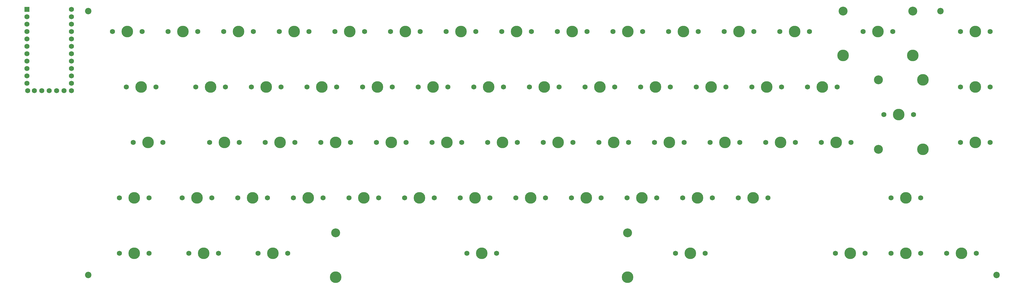
<source format=gts>
G04 #@! TF.GenerationSoftware,KiCad,Pcbnew,(5.1.9)-1*
G04 #@! TF.CreationDate,2021-03-26T16:48:03+01:00*
G04 #@! TF.ProjectId,rabbitholev1,72616262-6974-4686-9f6c-6576312e6b69,rev?*
G04 #@! TF.SameCoordinates,Original*
G04 #@! TF.FileFunction,Soldermask,Top*
G04 #@! TF.FilePolarity,Negative*
%FSLAX46Y46*%
G04 Gerber Fmt 4.6, Leading zero omitted, Abs format (unit mm)*
G04 Created by KiCad (PCBNEW (5.1.9)-1) date 2021-03-26 16:48:03*
%MOMM*%
%LPD*%
G01*
G04 APERTURE LIST*
%ADD10C,2.200000*%
%ADD11C,1.752600*%
%ADD12R,1.752600X1.752600*%
%ADD13C,3.987800*%
%ADD14C,1.750000*%
%ADD15C,3.048000*%
G04 APERTURE END LIST*
D10*
G04 #@! TO.C,H4*
X307314600Y-220192600D03*
G04 #@! TD*
G04 #@! TO.C,H3*
X-3810000Y-220192600D03*
G04 #@! TD*
G04 #@! TO.C,H2*
X288137600Y-129540000D03*
G04 #@! TD*
G04 #@! TO.C,H1*
X-3810000Y-129540000D03*
G04 #@! TD*
D11*
G04 #@! TO.C,U1*
X-22275800Y-156834840D03*
X-19735800Y-156834840D03*
X-17195800Y-156834840D03*
X-14655800Y-156834840D03*
X-12115800Y-156834840D03*
X-9575800Y-128894840D03*
X-24587200Y-156834840D03*
X-9575800Y-131434840D03*
X-9575800Y-133974840D03*
X-9575800Y-136514840D03*
X-9575800Y-139054840D03*
X-9575800Y-141594840D03*
X-9575800Y-144134840D03*
X-9575800Y-146674840D03*
X-9575800Y-149214840D03*
X-9575800Y-151754840D03*
X-9575800Y-154294840D03*
X-9575800Y-156834840D03*
X-24815800Y-154294840D03*
X-24815800Y-151754840D03*
X-24815800Y-149214840D03*
X-24815800Y-146674840D03*
X-24815800Y-144134840D03*
X-24815800Y-141594840D03*
X-24815800Y-139054840D03*
X-24815800Y-136514840D03*
X-24815800Y-133974840D03*
X-24815800Y-131434840D03*
D12*
X-24815800Y-128894840D03*
G04 #@! TD*
D13*
G04 #@! TO.C,MX17*
X38100000Y-155575000D03*
D14*
X33020000Y-155575000D03*
X43180000Y-155575000D03*
G04 #@! TD*
D13*
G04 #@! TO.C,MX18*
X57150000Y-155575000D03*
D14*
X52070000Y-155575000D03*
X62230000Y-155575000D03*
G04 #@! TD*
D13*
G04 #@! TO.C,MX16*
X14271769Y-155575000D03*
D14*
X9191769Y-155575000D03*
X19351769Y-155575000D03*
G04 #@! TD*
D13*
G04 #@! TO.C,MX66*
X295275000Y-212725000D03*
D14*
X290195000Y-212725000D03*
X300355000Y-212725000D03*
G04 #@! TD*
D13*
G04 #@! TO.C,MX65*
X276225000Y-212725000D03*
D14*
X271145000Y-212725000D03*
X281305000Y-212725000D03*
G04 #@! TD*
D13*
G04 #@! TO.C,MX64*
X257175000Y-212725000D03*
D14*
X252095000Y-212725000D03*
X262255000Y-212725000D03*
G04 #@! TD*
D13*
G04 #@! TO.C,MX63*
X202438000Y-212725000D03*
D14*
X197358000Y-212725000D03*
X207518000Y-212725000D03*
G04 #@! TD*
D13*
G04 #@! TO.C,MX62*
X130937000Y-212725000D03*
D14*
X125857000Y-212725000D03*
X136017000Y-212725000D03*
D15*
X80937100Y-205740000D03*
X180936900Y-205740000D03*
D13*
X80937100Y-220980000D03*
X180936900Y-220980000D03*
G04 #@! TD*
G04 #@! TO.C,MX61*
X59436000Y-212725000D03*
D14*
X54356000Y-212725000D03*
X64516000Y-212725000D03*
G04 #@! TD*
D13*
G04 #@! TO.C,MX60*
X35687000Y-212725000D03*
D14*
X30607000Y-212725000D03*
X40767000Y-212725000D03*
G04 #@! TD*
D13*
G04 #@! TO.C,MX59*
X11938000Y-212725000D03*
D14*
X6858000Y-212725000D03*
X17018000Y-212725000D03*
G04 #@! TD*
D13*
G04 #@! TO.C,MX58*
X276225000Y-193675000D03*
D14*
X271145000Y-193675000D03*
X281305000Y-193675000D03*
G04 #@! TD*
D13*
G04 #@! TO.C,MX57*
X223901000Y-193675000D03*
D14*
X218821000Y-193675000D03*
X228981000Y-193675000D03*
G04 #@! TD*
D13*
G04 #@! TO.C,MX56*
X204851000Y-193675000D03*
D14*
X199771000Y-193675000D03*
X209931000Y-193675000D03*
G04 #@! TD*
D13*
G04 #@! TO.C,MX55*
X185801000Y-193675000D03*
D14*
X180721000Y-193675000D03*
X190881000Y-193675000D03*
G04 #@! TD*
D13*
G04 #@! TO.C,MX54*
X166751000Y-193675000D03*
D14*
X161671000Y-193675000D03*
X171831000Y-193675000D03*
G04 #@! TD*
D13*
G04 #@! TO.C,MX53*
X147701000Y-193675000D03*
D14*
X142621000Y-193675000D03*
X152781000Y-193675000D03*
G04 #@! TD*
D13*
G04 #@! TO.C,MX52*
X128651000Y-193675000D03*
D14*
X123571000Y-193675000D03*
X133731000Y-193675000D03*
G04 #@! TD*
D13*
G04 #@! TO.C,MX51*
X109601000Y-193675000D03*
D14*
X104521000Y-193675000D03*
X114681000Y-193675000D03*
G04 #@! TD*
D13*
G04 #@! TO.C,MX50*
X90551000Y-193675000D03*
D14*
X85471000Y-193675000D03*
X95631000Y-193675000D03*
G04 #@! TD*
D13*
G04 #@! TO.C,MX49*
X71501000Y-193675000D03*
D14*
X66421000Y-193675000D03*
X76581000Y-193675000D03*
G04 #@! TD*
D13*
G04 #@! TO.C,MX48*
X52451000Y-193675000D03*
D14*
X47371000Y-193675000D03*
X57531000Y-193675000D03*
G04 #@! TD*
D13*
G04 #@! TO.C,MX47*
X33401000Y-193675000D03*
D14*
X28321000Y-193675000D03*
X38481000Y-193675000D03*
G04 #@! TD*
D13*
G04 #@! TO.C,MX46*
X11938000Y-193675000D03*
D14*
X6858000Y-193675000D03*
X17018000Y-193675000D03*
G04 #@! TD*
D13*
G04 #@! TO.C,MX44*
X300037500Y-174625000D03*
D14*
X294957500Y-174625000D03*
X305117500Y-174625000D03*
G04 #@! TD*
D13*
G04 #@! TO.C,MX43*
X252349000Y-174625000D03*
D14*
X247269000Y-174625000D03*
X257429000Y-174625000D03*
G04 #@! TD*
D13*
G04 #@! TO.C,MX42*
X233299000Y-174625000D03*
D14*
X228219000Y-174625000D03*
X238379000Y-174625000D03*
G04 #@! TD*
D13*
G04 #@! TO.C,MX41*
X214249000Y-174625000D03*
D14*
X209169000Y-174625000D03*
X219329000Y-174625000D03*
G04 #@! TD*
D13*
G04 #@! TO.C,MX40*
X195199000Y-174625000D03*
D14*
X190119000Y-174625000D03*
X200279000Y-174625000D03*
G04 #@! TD*
D13*
G04 #@! TO.C,MX39*
X176149000Y-174625000D03*
D14*
X171069000Y-174625000D03*
X181229000Y-174625000D03*
G04 #@! TD*
D13*
G04 #@! TO.C,MX38*
X157099000Y-174625000D03*
D14*
X152019000Y-174625000D03*
X162179000Y-174625000D03*
G04 #@! TD*
D13*
G04 #@! TO.C,MX37*
X138049000Y-174625000D03*
D14*
X132969000Y-174625000D03*
X143129000Y-174625000D03*
G04 #@! TD*
D13*
G04 #@! TO.C,MX36*
X118999000Y-174625000D03*
D14*
X113919000Y-174625000D03*
X124079000Y-174625000D03*
G04 #@! TD*
D13*
G04 #@! TO.C,MX35*
X99949000Y-174625000D03*
D14*
X94869000Y-174625000D03*
X105029000Y-174625000D03*
G04 #@! TD*
D13*
G04 #@! TO.C,MX34*
X80899000Y-174625000D03*
D14*
X75819000Y-174625000D03*
X85979000Y-174625000D03*
G04 #@! TD*
D13*
G04 #@! TO.C,MX33*
X61849000Y-174625000D03*
D14*
X56769000Y-174625000D03*
X66929000Y-174625000D03*
G04 #@! TD*
D13*
G04 #@! TO.C,MX32*
X42799000Y-174625000D03*
D14*
X37719000Y-174625000D03*
X47879000Y-174625000D03*
G04 #@! TD*
D13*
G04 #@! TO.C,MX31*
X16637000Y-174625000D03*
D14*
X11557000Y-174625000D03*
X21717000Y-174625000D03*
G04 #@! TD*
D13*
G04 #@! TO.C,MX30*
X300037500Y-155575000D03*
D14*
X294957500Y-155575000D03*
X305117500Y-155575000D03*
G04 #@! TD*
D13*
G04 #@! TO.C,MX28*
X247650000Y-155575000D03*
D14*
X242570000Y-155575000D03*
X252730000Y-155575000D03*
G04 #@! TD*
D13*
G04 #@! TO.C,MX27*
X228600000Y-155575000D03*
D14*
X223520000Y-155575000D03*
X233680000Y-155575000D03*
G04 #@! TD*
D13*
G04 #@! TO.C,MX26*
X209550000Y-155575000D03*
D14*
X204470000Y-155575000D03*
X214630000Y-155575000D03*
G04 #@! TD*
D13*
G04 #@! TO.C,MX25*
X190500000Y-155575000D03*
D14*
X185420000Y-155575000D03*
X195580000Y-155575000D03*
G04 #@! TD*
D13*
G04 #@! TO.C,MX24*
X171450000Y-155575000D03*
D14*
X166370000Y-155575000D03*
X176530000Y-155575000D03*
G04 #@! TD*
D13*
G04 #@! TO.C,MX23*
X152400000Y-155575000D03*
D14*
X147320000Y-155575000D03*
X157480000Y-155575000D03*
G04 #@! TD*
D13*
G04 #@! TO.C,MX22*
X133350000Y-155575000D03*
D14*
X128270000Y-155575000D03*
X138430000Y-155575000D03*
G04 #@! TD*
D13*
G04 #@! TO.C,MX21*
X114300000Y-155575000D03*
D14*
X109220000Y-155575000D03*
X119380000Y-155575000D03*
G04 #@! TD*
D13*
G04 #@! TO.C,MX20*
X95250000Y-155575000D03*
D14*
X90170000Y-155575000D03*
X100330000Y-155575000D03*
G04 #@! TD*
D13*
G04 #@! TO.C,MX19*
X76200000Y-155575000D03*
D14*
X71120000Y-155575000D03*
X81280000Y-155575000D03*
G04 #@! TD*
D13*
G04 #@! TO.C,MX15*
X300037500Y-136525000D03*
D14*
X294957500Y-136525000D03*
X305117500Y-136525000D03*
G04 #@! TD*
D13*
G04 #@! TO.C,MX14*
X266700000Y-136525000D03*
D14*
X261620000Y-136525000D03*
X271780000Y-136525000D03*
D15*
X254793750Y-129540000D03*
X278606250Y-129540000D03*
D13*
X254793750Y-144780000D03*
X278606250Y-144780000D03*
G04 #@! TD*
G04 #@! TO.C,MX13*
X238125000Y-136525000D03*
D14*
X233045000Y-136525000D03*
X243205000Y-136525000D03*
G04 #@! TD*
D13*
G04 #@! TO.C,MX12*
X219075000Y-136525000D03*
D14*
X213995000Y-136525000D03*
X224155000Y-136525000D03*
G04 #@! TD*
D13*
G04 #@! TO.C,MX11*
X200025000Y-136525000D03*
D14*
X194945000Y-136525000D03*
X205105000Y-136525000D03*
G04 #@! TD*
D13*
G04 #@! TO.C,MX10*
X180975000Y-136525000D03*
D14*
X175895000Y-136525000D03*
X186055000Y-136525000D03*
G04 #@! TD*
D13*
G04 #@! TO.C,MX9*
X161925000Y-136525000D03*
D14*
X156845000Y-136525000D03*
X167005000Y-136525000D03*
G04 #@! TD*
D13*
G04 #@! TO.C,MX8*
X142875000Y-136525000D03*
D14*
X137795000Y-136525000D03*
X147955000Y-136525000D03*
G04 #@! TD*
D13*
G04 #@! TO.C,MX7*
X123825000Y-136525000D03*
D14*
X118745000Y-136525000D03*
X128905000Y-136525000D03*
G04 #@! TD*
D13*
G04 #@! TO.C,MX6*
X104775000Y-136525000D03*
D14*
X99695000Y-136525000D03*
X109855000Y-136525000D03*
G04 #@! TD*
D13*
G04 #@! TO.C,MX5*
X85725000Y-136525000D03*
D14*
X80645000Y-136525000D03*
X90805000Y-136525000D03*
G04 #@! TD*
D13*
G04 #@! TO.C,MX4*
X66675000Y-136525000D03*
D14*
X61595000Y-136525000D03*
X71755000Y-136525000D03*
G04 #@! TD*
D13*
G04 #@! TO.C,MX3*
X47625000Y-136525000D03*
D14*
X42545000Y-136525000D03*
X52705000Y-136525000D03*
G04 #@! TD*
D13*
G04 #@! TO.C,MX2*
X28575000Y-136525000D03*
D14*
X23495000Y-136525000D03*
X33655000Y-136525000D03*
G04 #@! TD*
D13*
G04 #@! TO.C,MX1*
X9525000Y-136525000D03*
D14*
X4445000Y-136525000D03*
X14605000Y-136525000D03*
G04 #@! TD*
D13*
G04 #@! TO.C,MX29*
X282067000Y-153162000D03*
X282067000Y-177038000D03*
D15*
X266827000Y-153162000D03*
X266827000Y-177038000D03*
D14*
X278892000Y-165100000D03*
X268732000Y-165100000D03*
D13*
X273812000Y-165100000D03*
G04 #@! TD*
M02*

</source>
